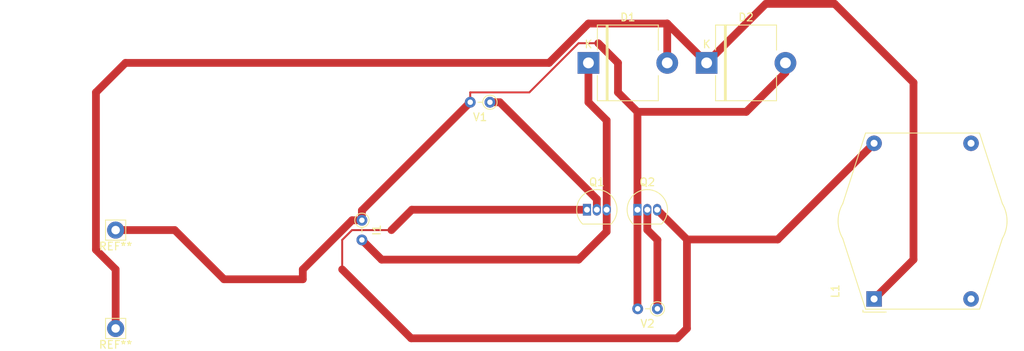
<source format=kicad_pcb>
(kicad_pcb (version 20171130) (host pcbnew "(5.1.4)-1")

  (general
    (thickness 1.6)
    (drawings 0)
    (tracks 61)
    (zones 0)
    (modules 10)
    (nets 7)
  )

  (page A4)
  (layers
    (0 F.Cu signal)
    (31 B.Cu signal)
    (32 B.Adhes user)
    (33 F.Adhes user)
    (34 B.Paste user)
    (35 F.Paste user)
    (36 B.SilkS user)
    (37 F.SilkS user)
    (38 B.Mask user)
    (39 F.Mask user)
    (40 Dwgs.User user)
    (41 Cmts.User user)
    (42 Eco1.User user)
    (43 Eco2.User user)
    (44 Edge.Cuts user)
    (45 Margin user)
    (46 B.CrtYd user)
    (47 F.CrtYd user)
    (48 B.Fab user)
    (49 F.Fab user)
  )

  (setup
    (last_trace_width 0.25)
    (user_trace_width 1)
    (trace_clearance 0.2)
    (zone_clearance 0.508)
    (zone_45_only no)
    (trace_min 0.2)
    (via_size 0.8)
    (via_drill 0.4)
    (via_min_size 0.4)
    (via_min_drill 0.3)
    (uvia_size 0.3)
    (uvia_drill 0.1)
    (uvias_allowed no)
    (uvia_min_size 0.2)
    (uvia_min_drill 0.1)
    (edge_width 0.05)
    (segment_width 0.2)
    (pcb_text_width 0.3)
    (pcb_text_size 1.5 1.5)
    (mod_edge_width 0.12)
    (mod_text_size 1 1)
    (mod_text_width 0.15)
    (pad_size 1.524 1.524)
    (pad_drill 0.762)
    (pad_to_mask_clearance 0.051)
    (solder_mask_min_width 0.25)
    (aux_axis_origin 0 0)
    (visible_elements 7FFFFFFF)
    (pcbplotparams
      (layerselection 0x010fc_ffffffff)
      (usegerberextensions false)
      (usegerberattributes false)
      (usegerberadvancedattributes false)
      (creategerberjobfile false)
      (excludeedgelayer true)
      (linewidth 0.100000)
      (plotframeref false)
      (viasonmask false)
      (mode 1)
      (useauxorigin false)
      (hpglpennumber 1)
      (hpglpenspeed 20)
      (hpglpendiameter 15.000000)
      (psnegative false)
      (psa4output false)
      (plotreference true)
      (plotvalue true)
      (plotinvisibletext false)
      (padsonsilk false)
      (subtractmaskfromsilk false)
      (outputformat 1)
      (mirror false)
      (drillshape 1)
      (scaleselection 1)
      (outputdirectory ""))
  )

  (net 0 "")
  (net 1 VAC)
  (net 2 "Net-(D1-Pad1)")
  (net 3 Earth)
  (net 4 "Net-(L1-Pad2)")
  (net 5 "Net-(Q1-Pad2)")
  (net 6 "Net-(Q2-Pad2)")

  (net_class Default "Esta es la clase de red por defecto."
    (clearance 0.2)
    (trace_width 0.25)
    (via_dia 0.8)
    (via_drill 0.4)
    (uvia_dia 0.3)
    (uvia_drill 0.1)
    (add_net Earth)
    (add_net "Net-(D1-Pad1)")
    (add_net "Net-(L1-Pad2)")
    (add_net "Net-(Q1-Pad2)")
    (add_net "Net-(Q2-Pad2)")
    (add_net VAC)
  )

  (module Resistor_THT:R_Axial_DIN0204_L3.6mm_D1.6mm_P2.54mm_Vertical (layer F.Cu) (tedit 5AE5139B) (tstamp 5D9A94E0)
    (at 161.29 83.82 180)
    (descr "Resistor, Axial_DIN0204 series, Axial, Vertical, pin pitch=2.54mm, 0.167W, length*diameter=3.6*1.6mm^2, http://cdn-reichelt.de/documents/datenblatt/B400/1_4W%23YAG.pdf")
    (tags "Resistor Axial_DIN0204 series Axial Vertical pin pitch 2.54mm 0.167W length 3.6mm diameter 1.6mm")
    (path /5D9B2ACC)
    (fp_text reference V2 (at 1.27 -1.92) (layer F.SilkS)
      (effects (font (size 1 1) (thickness 0.15)))
    )
    (fp_text value VPULSE (at 3.81 11.43) (layer F.Fab)
      (effects (font (size 1 1) (thickness 0.15)))
    )
    (fp_text user %R (at 1.27 -1.92) (layer F.Fab)
      (effects (font (size 1 1) (thickness 0.15)))
    )
    (fp_line (start 3.49 -1.05) (end -1.05 -1.05) (layer F.CrtYd) (width 0.05))
    (fp_line (start 3.49 1.05) (end 3.49 -1.05) (layer F.CrtYd) (width 0.05))
    (fp_line (start -1.05 1.05) (end 3.49 1.05) (layer F.CrtYd) (width 0.05))
    (fp_line (start -1.05 -1.05) (end -1.05 1.05) (layer F.CrtYd) (width 0.05))
    (fp_line (start 0.92 0) (end 1.54 0) (layer F.SilkS) (width 0.12))
    (fp_line (start 0 0) (end 2.54 0) (layer F.Fab) (width 0.1))
    (fp_circle (center 0 0) (end 0.92 0) (layer F.SilkS) (width 0.12))
    (fp_circle (center 0 0) (end 0.8 0) (layer F.Fab) (width 0.1))
    (pad 2 thru_hole oval (at 2.54 0 180) (size 1.4 1.4) (drill 0.7) (layers *.Cu *.Mask)
      (net 3 Earth))
    (pad 1 thru_hole circle (at 0 0 180) (size 1.4 1.4) (drill 0.7) (layers *.Cu *.Mask)
      (net 6 "Net-(Q2-Pad2)"))
    (model ${KISYS3DMOD}/Resistor_THT.3dshapes/R_Axial_DIN0204_L3.6mm_D1.6mm_P2.54mm_Vertical.wrl
      (at (xyz 0 0 0))
      (scale (xyz 1 1 1))
      (rotate (xyz 0 0 0))
    )
  )

  (module Resistor_THT:R_Axial_DIN0204_L3.6mm_D1.6mm_P2.54mm_Vertical (layer F.Cu) (tedit 5AE5139B) (tstamp 5D9A94BA)
    (at 139.7 57.15 180)
    (descr "Resistor, Axial_DIN0204 series, Axial, Vertical, pin pitch=2.54mm, 0.167W, length*diameter=3.6*1.6mm^2, http://cdn-reichelt.de/documents/datenblatt/B400/1_4W%23YAG.pdf")
    (tags "Resistor Axial_DIN0204 series Axial Vertical pin pitch 2.54mm 0.167W length 3.6mm diameter 1.6mm")
    (path /5D9B2760)
    (fp_text reference V1 (at 1.27 -1.92) (layer F.SilkS)
      (effects (font (size 1 1) (thickness 0.15)))
    )
    (fp_text value VPULSE (at 1.27 1.92) (layer F.Fab)
      (effects (font (size 1 1) (thickness 0.15)))
    )
    (fp_text user %R (at 1.27 -1.92) (layer F.Fab)
      (effects (font (size 1 1) (thickness 0.15)))
    )
    (fp_line (start 3.49 -1.05) (end -1.05 -1.05) (layer F.CrtYd) (width 0.05))
    (fp_line (start 3.49 1.05) (end 3.49 -1.05) (layer F.CrtYd) (width 0.05))
    (fp_line (start -1.05 1.05) (end 3.49 1.05) (layer F.CrtYd) (width 0.05))
    (fp_line (start -1.05 -1.05) (end -1.05 1.05) (layer F.CrtYd) (width 0.05))
    (fp_line (start 0.92 0) (end 1.54 0) (layer F.SilkS) (width 0.12))
    (fp_line (start 0 0) (end 2.54 0) (layer F.Fab) (width 0.1))
    (fp_circle (center 0 0) (end 0.92 0) (layer F.SilkS) (width 0.12))
    (fp_circle (center 0 0) (end 0.8 0) (layer F.Fab) (width 0.1))
    (pad 2 thru_hole oval (at 2.54 0 180) (size 1.4 1.4) (drill 0.7) (layers *.Cu *.Mask)
      (net 3 Earth))
    (pad 1 thru_hole circle (at 0 0 180) (size 1.4 1.4) (drill 0.7) (layers *.Cu *.Mask)
      (net 5 "Net-(Q1-Pad2)"))
    (model ${KISYS3DMOD}/Resistor_THT.3dshapes/R_Axial_DIN0204_L3.6mm_D1.6mm_P2.54mm_Vertical.wrl
      (at (xyz 0 0 0))
      (scale (xyz 1 1 1))
      (rotate (xyz 0 0 0))
    )
  )

  (module Resistor_THT:R_Axial_DIN0204_L3.6mm_D1.6mm_P2.54mm_Vertical (layer F.Cu) (tedit 5AE5139B) (tstamp 5D9A944A)
    (at 123.19 72.39 270)
    (descr "Resistor, Axial_DIN0204 series, Axial, Vertical, pin pitch=2.54mm, 0.167W, length*diameter=3.6*1.6mm^2, http://cdn-reichelt.de/documents/datenblatt/B400/1_4W%23YAG.pdf")
    (tags "Resistor Axial_DIN0204 series Axial Vertical pin pitch 2.54mm 0.167W length 3.6mm diameter 1.6mm")
    (path /5D9B23E4)
    (fp_text reference I1 (at 1.27 -1.92 90) (layer F.SilkS)
      (effects (font (size 1 1) (thickness 0.15)))
    )
    (fp_text value ISOURCE (at 1.27 1.92 90) (layer F.Fab)
      (effects (font (size 1 1) (thickness 0.15)))
    )
    (fp_text user %R (at 1.27 -1.92 90) (layer F.Fab)
      (effects (font (size 1 1) (thickness 0.15)))
    )
    (fp_line (start 3.49 -1.05) (end -1.05 -1.05) (layer F.CrtYd) (width 0.05))
    (fp_line (start 3.49 1.05) (end 3.49 -1.05) (layer F.CrtYd) (width 0.05))
    (fp_line (start -1.05 1.05) (end 3.49 1.05) (layer F.CrtYd) (width 0.05))
    (fp_line (start -1.05 -1.05) (end -1.05 1.05) (layer F.CrtYd) (width 0.05))
    (fp_line (start 0.92 0) (end 1.54 0) (layer F.SilkS) (width 0.12))
    (fp_line (start 0 0) (end 2.54 0) (layer F.Fab) (width 0.1))
    (fp_circle (center 0 0) (end 0.92 0) (layer F.SilkS) (width 0.12))
    (fp_circle (center 0 0) (end 0.8 0) (layer F.Fab) (width 0.1))
    (pad 2 thru_hole oval (at 2.54 0 270) (size 1.4 1.4) (drill 0.7) (layers *.Cu *.Mask)
      (net 2 "Net-(D1-Pad1)"))
    (pad 1 thru_hole circle (at 0 0 270) (size 1.4 1.4) (drill 0.7) (layers *.Cu *.Mask)
      (net 3 Earth))
    (model ${KISYS3DMOD}/Resistor_THT.3dshapes/R_Axial_DIN0204_L3.6mm_D1.6mm_P2.54mm_Vertical.wrl
      (at (xyz 0 0 0))
      (scale (xyz 1 1 1))
      (rotate (xyz 0 0 0))
    )
  )

  (module Connector_Pin:Pin_D1.1mm_L8.5mm_W2.5mm_FlatFork (layer F.Cu) (tedit 5A1DC085) (tstamp 5D9A965D)
    (at 91.44 86.36)
    (descr "solder Pin_ with flat fork, hole diameter 1.1mm, length 8.5mm, width 2.5mm")
    (tags "solder Pin_ with flat fork")
    (fp_text reference REF** (at 0 2.1) (layer F.SilkS)
      (effects (font (size 1 1) (thickness 0.15)))
    )
    (fp_text value Pin_D1.1mm_L8.5mm_W2.5mm_FlatFork (at 0 -2.05) (layer F.Fab)
      (effects (font (size 1 1) (thickness 0.15)))
    )
    (fp_line (start 1.75 1.6) (end -1.75 1.6) (layer F.CrtYd) (width 0.05))
    (fp_line (start 1.75 1.6) (end 1.75 -1.6) (layer F.CrtYd) (width 0.05))
    (fp_line (start -1.75 -1.6) (end -1.75 1.6) (layer F.CrtYd) (width 0.05))
    (fp_line (start -1.75 -1.6) (end 1.75 -1.6) (layer F.CrtYd) (width 0.05))
    (fp_line (start 1.25 -0.25) (end -1.25 -0.25) (layer F.Fab) (width 0.12))
    (fp_line (start 1.25 0.25) (end 1.25 -0.25) (layer F.Fab) (width 0.12))
    (fp_line (start -1.25 0.25) (end 1.25 0.25) (layer F.Fab) (width 0.12))
    (fp_line (start -1.25 -0.25) (end -1.25 0.25) (layer F.Fab) (width 0.12))
    (fp_line (start -1.3 1.3) (end 1.3 1.3) (layer F.SilkS) (width 0.12))
    (fp_line (start 1.3 -1.3) (end 1.3 1.3) (layer F.SilkS) (width 0.12))
    (fp_line (start -1.3 -1.3) (end 1.3 -1.3) (layer F.SilkS) (width 0.12))
    (fp_line (start -1.3 1.3) (end -1.3 -1.3) (layer F.SilkS) (width 0.12))
    (fp_text user %R (at 0 2.1) (layer F.Fab)
      (effects (font (size 1 1) (thickness 0.15)))
    )
    (pad 1 thru_hole circle (at 0 0) (size 2.2 2.2) (drill 1.1) (layers *.Cu *.Mask))
    (model ${KISYS3DMOD}/Connector_Pin.3dshapes/Pin_D1.1mm_L8.5mm_W2.5mm_FlatFork.wrl
      (at (xyz 0 0 0))
      (scale (xyz 1 1 1))
      (rotate (xyz 0 0 0))
    )
  )

  (module Connector_Pin:Pin_D1.1mm_L8.5mm_W2.5mm_FlatFork (layer F.Cu) (tedit 5A1DC085) (tstamp 5D9A9618)
    (at 91.44 73.66)
    (descr "solder Pin_ with flat fork, hole diameter 1.1mm, length 8.5mm, width 2.5mm")
    (tags "solder Pin_ with flat fork")
    (fp_text reference REF** (at 0 2.1) (layer F.SilkS)
      (effects (font (size 1 1) (thickness 0.15)))
    )
    (fp_text value Pin_D1.1mm_L8.5mm_W2.5mm_FlatFork (at 0 -2.05) (layer F.Fab)
      (effects (font (size 1 1) (thickness 0.15)))
    )
    (fp_line (start 1.75 1.6) (end -1.75 1.6) (layer F.CrtYd) (width 0.05))
    (fp_line (start 1.75 1.6) (end 1.75 -1.6) (layer F.CrtYd) (width 0.05))
    (fp_line (start -1.75 -1.6) (end -1.75 1.6) (layer F.CrtYd) (width 0.05))
    (fp_line (start -1.75 -1.6) (end 1.75 -1.6) (layer F.CrtYd) (width 0.05))
    (fp_line (start 1.25 -0.25) (end -1.25 -0.25) (layer F.Fab) (width 0.12))
    (fp_line (start 1.25 0.25) (end 1.25 -0.25) (layer F.Fab) (width 0.12))
    (fp_line (start -1.25 0.25) (end 1.25 0.25) (layer F.Fab) (width 0.12))
    (fp_line (start -1.25 -0.25) (end -1.25 0.25) (layer F.Fab) (width 0.12))
    (fp_line (start -1.3 1.3) (end 1.3 1.3) (layer F.SilkS) (width 0.12))
    (fp_line (start 1.3 -1.3) (end 1.3 1.3) (layer F.SilkS) (width 0.12))
    (fp_line (start -1.3 -1.3) (end 1.3 -1.3) (layer F.SilkS) (width 0.12))
    (fp_line (start -1.3 1.3) (end -1.3 -1.3) (layer F.SilkS) (width 0.12))
    (fp_text user %R (at 0 2.1) (layer F.Fab)
      (effects (font (size 1 1) (thickness 0.15)))
    )
    (pad 1 thru_hole circle (at 0 0) (size 2.2 2.2) (drill 1.1) (layers *.Cu *.Mask))
    (model ${KISYS3DMOD}/Connector_Pin.3dshapes/Pin_D1.1mm_L8.5mm_W2.5mm_FlatFork.wrl
      (at (xyz 0 0 0))
      (scale (xyz 1 1 1))
      (rotate (xyz 0 0 0))
    )
  )

  (module Package_TO_SOT_THT:TO-92_Inline (layer F.Cu) (tedit 5A1DD157) (tstamp 5D9A9494)
    (at 158.72 71.03)
    (descr "TO-92 leads in-line, narrow, oval pads, drill 0.75mm (see NXP sot054_po.pdf)")
    (tags "to-92 sc-43 sc-43a sot54 PA33 transistor")
    (path /5D9B1B98)
    (fp_text reference Q2 (at 1.27 -3.56) (layer F.SilkS)
      (effects (font (size 1 1) (thickness 0.15)))
    )
    (fp_text value BT169B (at 1.27 2.79) (layer F.Fab)
      (effects (font (size 1 1) (thickness 0.15)))
    )
    (fp_arc (start 1.27 0) (end 1.27 -2.6) (angle 135) (layer F.SilkS) (width 0.12))
    (fp_arc (start 1.27 0) (end 1.27 -2.48) (angle -135) (layer F.Fab) (width 0.1))
    (fp_arc (start 1.27 0) (end 1.27 -2.6) (angle -135) (layer F.SilkS) (width 0.12))
    (fp_arc (start 1.27 0) (end 1.27 -2.48) (angle 135) (layer F.Fab) (width 0.1))
    (fp_line (start 4 2.01) (end -1.46 2.01) (layer F.CrtYd) (width 0.05))
    (fp_line (start 4 2.01) (end 4 -2.73) (layer F.CrtYd) (width 0.05))
    (fp_line (start -1.46 -2.73) (end -1.46 2.01) (layer F.CrtYd) (width 0.05))
    (fp_line (start -1.46 -2.73) (end 4 -2.73) (layer F.CrtYd) (width 0.05))
    (fp_line (start -0.5 1.75) (end 3 1.75) (layer F.Fab) (width 0.1))
    (fp_line (start -0.53 1.85) (end 3.07 1.85) (layer F.SilkS) (width 0.12))
    (fp_text user %R (at 1.27 -3.56) (layer F.Fab)
      (effects (font (size 1 1) (thickness 0.15)))
    )
    (pad 1 thru_hole rect (at 0 0) (size 1.05 1.5) (drill 0.75) (layers *.Cu *.Mask)
      (net 3 Earth))
    (pad 3 thru_hole oval (at 2.54 0) (size 1.05 1.5) (drill 0.75) (layers *.Cu *.Mask)
      (net 4 "Net-(L1-Pad2)"))
    (pad 2 thru_hole oval (at 1.27 0) (size 1.05 1.5) (drill 0.75) (layers *.Cu *.Mask)
      (net 6 "Net-(Q2-Pad2)"))
    (model ${KISYS3DMOD}/Package_TO_SOT_THT.3dshapes/TO-92_Inline.wrl
      (at (xyz 0 0 0))
      (scale (xyz 1 1 1))
      (rotate (xyz 0 0 0))
    )
  )

  (module Package_TO_SOT_THT:TO-92_Inline (layer F.Cu) (tedit 5A1DD157) (tstamp 5D9A9482)
    (at 152.21 71.03)
    (descr "TO-92 leads in-line, narrow, oval pads, drill 0.75mm (see NXP sot054_po.pdf)")
    (tags "to-92 sc-43 sc-43a sot54 PA33 transistor")
    (path /5D9B1A45)
    (fp_text reference Q1 (at 1.27 -3.56) (layer F.SilkS)
      (effects (font (size 1 1) (thickness 0.15)))
    )
    (fp_text value BT169B (at 1.27 2.79) (layer F.Fab)
      (effects (font (size 1 1) (thickness 0.15)))
    )
    (fp_arc (start 1.27 0) (end 1.27 -2.6) (angle 135) (layer F.SilkS) (width 0.12))
    (fp_arc (start 1.27 0) (end 1.27 -2.48) (angle -135) (layer F.Fab) (width 0.1))
    (fp_arc (start 1.27 0) (end 1.27 -2.6) (angle -135) (layer F.SilkS) (width 0.12))
    (fp_arc (start 1.27 0) (end 1.27 -2.48) (angle 135) (layer F.Fab) (width 0.1))
    (fp_line (start 4 2.01) (end -1.46 2.01) (layer F.CrtYd) (width 0.05))
    (fp_line (start 4 2.01) (end 4 -2.73) (layer F.CrtYd) (width 0.05))
    (fp_line (start -1.46 -2.73) (end -1.46 2.01) (layer F.CrtYd) (width 0.05))
    (fp_line (start -1.46 -2.73) (end 4 -2.73) (layer F.CrtYd) (width 0.05))
    (fp_line (start -0.5 1.75) (end 3 1.75) (layer F.Fab) (width 0.1))
    (fp_line (start -0.53 1.85) (end 3.07 1.85) (layer F.SilkS) (width 0.12))
    (fp_text user %R (at 1.27 -3.56) (layer F.Fab)
      (effects (font (size 1 1) (thickness 0.15)))
    )
    (pad 1 thru_hole rect (at 0 0) (size 1.05 1.5) (drill 0.75) (layers *.Cu *.Mask)
      (net 4 "Net-(L1-Pad2)"))
    (pad 3 thru_hole oval (at 2.54 0) (size 1.05 1.5) (drill 0.75) (layers *.Cu *.Mask)
      (net 2 "Net-(D1-Pad1)"))
    (pad 2 thru_hole oval (at 1.27 0) (size 1.05 1.5) (drill 0.75) (layers *.Cu *.Mask)
      (net 5 "Net-(Q1-Pad2)"))
    (model ${KISYS3DMOD}/Package_TO_SOT_THT.3dshapes/TO-92_Inline.wrl
      (at (xyz 0 0 0))
      (scale (xyz 1 1 1))
      (rotate (xyz 0 0 0))
    )
  )

  (module Inductor_THT:Choke_Schaffner_RN114-04-22.5x21.5mm (layer F.Cu) (tedit 5A1421CD) (tstamp 5D9A9470)
    (at 189.23 82.55 90)
    (descr "Current-compensated Chokes, Scaffner, RN114-04, 22.5mmx21.5mm https://www.schaffner.com/products/download/product/datasheet/rn-series-common-mode-chokes-new/")
    (tags "chokes schaffner tht")
    (path /5D9B176F)
    (fp_text reference L1 (at 1 -5 90) (layer F.SilkS)
      (effects (font (size 1 1) (thickness 0.15)))
    )
    (fp_text value L (at 10.05 18.5 90) (layer F.Fab)
      (effects (font (size 1 1) (thickness 0.15)))
    )
    (fp_text user %R (at 10.05 6.25 90) (layer F.Fab)
      (effects (font (size 1 1) (thickness 0.15)))
    )
    (fp_line (start -1.7 -1.44) (end -1.7 1.56) (layer F.SilkS) (width 0.12))
    (fp_line (start -1.7 -1.44) (end -1.45 -1.44) (layer F.SilkS) (width 0.12))
    (fp_line (start -1.45 13.69) (end -1.45 -1.19) (layer F.CrtYd) (width 0.05))
    (fp_line (start 7.8 16.67) (end -1.45 13.69) (layer F.CrtYd) (width 0.05))
    (fp_line (start 21.55 13.69) (end 12.3 16.67) (layer F.CrtYd) (width 0.05))
    (fp_line (start 21.55 -1.19) (end 21.55 13.69) (layer F.CrtYd) (width 0.05))
    (fp_line (start 12.3 -4.17) (end 21.55 -1.19) (layer F.CrtYd) (width 0.05))
    (fp_line (start -1.45 -1.19) (end 7.8 -4.17) (layer F.CrtYd) (width 0.05))
    (fp_line (start -1.32 13.6) (end -1.32 -1.1) (layer F.SilkS) (width 0.12))
    (fp_line (start 7.8 16.54) (end -1.32 13.6) (layer F.SilkS) (width 0.12))
    (fp_line (start 21.42 13.6) (end 12.3 16.54) (layer F.SilkS) (width 0.12))
    (fp_line (start 21.42 -1.1) (end 21.42 13.6) (layer F.SilkS) (width 0.12))
    (fp_line (start 12.3 -4.04) (end 21.42 -1.1) (layer F.SilkS) (width 0.12))
    (fp_line (start -1.32 -1.1) (end 7.8 -4.04) (layer F.SilkS) (width 0.12))
    (fp_line (start -1.2 -0.5) (end -1.2 -1) (layer F.Fab) (width 0.1))
    (fp_line (start -0.7 0) (end -1.2 -0.5) (layer F.Fab) (width 0.1))
    (fp_line (start -1.2 0.5) (end -0.7 0) (layer F.Fab) (width 0.1))
    (fp_line (start -1.2 13.5) (end -1.2 0.5) (layer F.Fab) (width 0.1))
    (fp_line (start 7.8 16.4) (end -1.2 13.5) (layer F.Fab) (width 0.1))
    (fp_line (start 21.3 13.5) (end 12.3 16.4) (layer F.Fab) (width 0.1))
    (fp_line (start 21.3 -1) (end 21.3 13.5) (layer F.Fab) (width 0.1))
    (fp_line (start 12.3 -3.9) (end 21.3 -1) (layer F.Fab) (width 0.1))
    (fp_line (start -1.2 -1) (end 7.8 -3.9) (layer F.Fab) (width 0.1))
    (fp_arc (start 10.05 12.75) (end 12.3 16.67) (angle 60) (layer F.CrtYd) (width 0.05))
    (fp_arc (start 10.05 -0.25) (end 7.8 -4.17) (angle 60) (layer F.CrtYd) (width 0.05))
    (fp_arc (start 10.05 12.62) (end 12.3 16.54) (angle 60) (layer F.SilkS) (width 0.12))
    (fp_arc (start 10.05 -0.12) (end 7.8 -4.04) (angle 60) (layer F.SilkS) (width 0.12))
    (fp_arc (start 10.05 12.5) (end 12.3 16.4) (angle 60) (layer F.Fab) (width 0.1))
    (fp_arc (start 10.05 0) (end 7.8 -3.9) (angle 60) (layer F.Fab) (width 0.1))
    (pad 4 thru_hole circle (at 20.1 12.5 90) (size 2 2) (drill 0.9) (layers *.Cu *.Mask))
    (pad 3 thru_hole circle (at 0 12.5 90) (size 2 2) (drill 0.9) (layers *.Cu *.Mask))
    (pad 2 thru_hole circle (at 20.1 0 90) (size 2 2) (drill 0.9) (layers *.Cu *.Mask)
      (net 4 "Net-(L1-Pad2)"))
    (pad 1 thru_hole rect (at 0 0 90) (size 2 2) (drill 0.9) (layers *.Cu *.Mask)
      (net 1 VAC))
    (model ${KISYS3DMOD}/Inductor_THT.3dshapes/Choke_Schaffner_RN114-04-22.5x21.5mm.wrl
      (at (xyz 0 0 0))
      (scale (xyz 1 1 1))
      (rotate (xyz 0 0 0))
    )
  )

  (module Diode_THT:D_5KP_P10.16mm_Horizontal (layer F.Cu) (tedit 5AE50CD5) (tstamp 5D9A9424)
    (at 167.64 52.07)
    (descr "Diode, 5KP series, Axial, Horizontal, pin pitch=10.16mm, , length*diameter=7.62*9.53mm^2, , http://www.diodes.com/_files/packages/8686949.gif")
    (tags "Diode 5KP series Axial Horizontal pin pitch 10.16mm  length 7.62mm diameter 9.53mm")
    (path /5D9B2197)
    (fp_text reference D2 (at 5.08 -5.885) (layer F.SilkS)
      (effects (font (size 1 1) (thickness 0.15)))
    )
    (fp_text value D (at 5.08 5.885) (layer F.Fab)
      (effects (font (size 1 1) (thickness 0.15)))
    )
    (fp_text user K (at 0 -2.4) (layer F.SilkS)
      (effects (font (size 1 1) (thickness 0.15)))
    )
    (fp_text user K (at 0 -2.4) (layer F.Fab)
      (effects (font (size 1 1) (thickness 0.15)))
    )
    (fp_text user %R (at 5.6515 0) (layer F.Fab)
      (effects (font (size 1 1) (thickness 0.15)))
    )
    (fp_line (start 11.81 -5.02) (end -1.65 -5.02) (layer F.CrtYd) (width 0.05))
    (fp_line (start 11.81 5.02) (end 11.81 -5.02) (layer F.CrtYd) (width 0.05))
    (fp_line (start -1.65 5.02) (end 11.81 5.02) (layer F.CrtYd) (width 0.05))
    (fp_line (start -1.65 -5.02) (end -1.65 5.02) (layer F.CrtYd) (width 0.05))
    (fp_line (start 2.293 -4.885) (end 2.293 4.885) (layer F.SilkS) (width 0.12))
    (fp_line (start 2.533 -4.885) (end 2.533 4.885) (layer F.SilkS) (width 0.12))
    (fp_line (start 2.413 -4.885) (end 2.413 4.885) (layer F.SilkS) (width 0.12))
    (fp_line (start 9.01 4.885) (end 9.01 1.64) (layer F.SilkS) (width 0.12))
    (fp_line (start 1.15 4.885) (end 9.01 4.885) (layer F.SilkS) (width 0.12))
    (fp_line (start 1.15 1.64) (end 1.15 4.885) (layer F.SilkS) (width 0.12))
    (fp_line (start 9.01 -4.885) (end 9.01 -1.64) (layer F.SilkS) (width 0.12))
    (fp_line (start 1.15 -4.885) (end 9.01 -4.885) (layer F.SilkS) (width 0.12))
    (fp_line (start 1.15 -1.64) (end 1.15 -4.885) (layer F.SilkS) (width 0.12))
    (fp_line (start 2.313 -4.765) (end 2.313 4.765) (layer F.Fab) (width 0.1))
    (fp_line (start 2.513 -4.765) (end 2.513 4.765) (layer F.Fab) (width 0.1))
    (fp_line (start 2.413 -4.765) (end 2.413 4.765) (layer F.Fab) (width 0.1))
    (fp_line (start 10.16 0) (end 8.89 0) (layer F.Fab) (width 0.1))
    (fp_line (start 0 0) (end 1.27 0) (layer F.Fab) (width 0.1))
    (fp_line (start 8.89 -4.765) (end 1.27 -4.765) (layer F.Fab) (width 0.1))
    (fp_line (start 8.89 4.765) (end 8.89 -4.765) (layer F.Fab) (width 0.1))
    (fp_line (start 1.27 4.765) (end 8.89 4.765) (layer F.Fab) (width 0.1))
    (fp_line (start 1.27 -4.765) (end 1.27 4.765) (layer F.Fab) (width 0.1))
    (pad 2 thru_hole oval (at 10.16 0) (size 2.8 2.8) (drill 1.4) (layers *.Cu *.Mask)
      (net 3 Earth))
    (pad 1 thru_hole rect (at 0 0) (size 2.8 2.8) (drill 1.4) (layers *.Cu *.Mask)
      (net 1 VAC))
    (model ${KISYS3DMOD}/Diode_THT.3dshapes/D_5KP_P10.16mm_Horizontal.wrl
      (at (xyz 0 0 0))
      (scale (xyz 1 1 1))
      (rotate (xyz 0 0 0))
    )
  )

  (module Diode_THT:D_5KP_P10.16mm_Horizontal (layer F.Cu) (tedit 5AE50CD5) (tstamp 5D9A9405)
    (at 152.4 52.07)
    (descr "Diode, 5KP series, Axial, Horizontal, pin pitch=10.16mm, , length*diameter=7.62*9.53mm^2, , http://www.diodes.com/_files/packages/8686949.gif")
    (tags "Diode 5KP series Axial Horizontal pin pitch 10.16mm  length 7.62mm diameter 9.53mm")
    (path /5D9B1D3F)
    (fp_text reference D1 (at 5.08 -5.885) (layer F.SilkS)
      (effects (font (size 1 1) (thickness 0.15)))
    )
    (fp_text value D (at 5.08 5.885) (layer F.Fab)
      (effects (font (size 1 1) (thickness 0.15)))
    )
    (fp_text user K (at 0 -2.4) (layer F.SilkS)
      (effects (font (size 1 1) (thickness 0.15)))
    )
    (fp_text user K (at 0 -2.4) (layer F.Fab)
      (effects (font (size 1 1) (thickness 0.15)))
    )
    (fp_text user %R (at 5.6515 0) (layer F.Fab)
      (effects (font (size 1 1) (thickness 0.15)))
    )
    (fp_line (start 11.81 -5.02) (end -1.65 -5.02) (layer F.CrtYd) (width 0.05))
    (fp_line (start 11.81 5.02) (end 11.81 -5.02) (layer F.CrtYd) (width 0.05))
    (fp_line (start -1.65 5.02) (end 11.81 5.02) (layer F.CrtYd) (width 0.05))
    (fp_line (start -1.65 -5.02) (end -1.65 5.02) (layer F.CrtYd) (width 0.05))
    (fp_line (start 2.293 -4.885) (end 2.293 4.885) (layer F.SilkS) (width 0.12))
    (fp_line (start 2.533 -4.885) (end 2.533 4.885) (layer F.SilkS) (width 0.12))
    (fp_line (start 2.413 -4.885) (end 2.413 4.885) (layer F.SilkS) (width 0.12))
    (fp_line (start 9.01 4.885) (end 9.01 1.64) (layer F.SilkS) (width 0.12))
    (fp_line (start 1.15 4.885) (end 9.01 4.885) (layer F.SilkS) (width 0.12))
    (fp_line (start 1.15 1.64) (end 1.15 4.885) (layer F.SilkS) (width 0.12))
    (fp_line (start 9.01 -4.885) (end 9.01 -1.64) (layer F.SilkS) (width 0.12))
    (fp_line (start 1.15 -4.885) (end 9.01 -4.885) (layer F.SilkS) (width 0.12))
    (fp_line (start 1.15 -1.64) (end 1.15 -4.885) (layer F.SilkS) (width 0.12))
    (fp_line (start 2.313 -4.765) (end 2.313 4.765) (layer F.Fab) (width 0.1))
    (fp_line (start 2.513 -4.765) (end 2.513 4.765) (layer F.Fab) (width 0.1))
    (fp_line (start 2.413 -4.765) (end 2.413 4.765) (layer F.Fab) (width 0.1))
    (fp_line (start 10.16 0) (end 8.89 0) (layer F.Fab) (width 0.1))
    (fp_line (start 0 0) (end 1.27 0) (layer F.Fab) (width 0.1))
    (fp_line (start 8.89 -4.765) (end 1.27 -4.765) (layer F.Fab) (width 0.1))
    (fp_line (start 8.89 4.765) (end 8.89 -4.765) (layer F.Fab) (width 0.1))
    (fp_line (start 1.27 4.765) (end 8.89 4.765) (layer F.Fab) (width 0.1))
    (fp_line (start 1.27 -4.765) (end 1.27 4.765) (layer F.Fab) (width 0.1))
    (pad 2 thru_hole oval (at 10.16 0) (size 2.8 2.8) (drill 1.4) (layers *.Cu *.Mask)
      (net 1 VAC))
    (pad 1 thru_hole rect (at 0 0) (size 2.8 2.8) (drill 1.4) (layers *.Cu *.Mask)
      (net 2 "Net-(D1-Pad1)"))
    (model ${KISYS3DMOD}/Diode_THT.3dshapes/D_5KP_P10.16mm_Horizontal.wrl
      (at (xyz 0 0 0))
      (scale (xyz 1 1 1))
      (rotate (xyz 0 0 0))
    )
  )

  (segment (start 91.44 73.66) (end 99.06 73.66) (width 1) (layer F.Cu) (net 0))
  (segment (start 99.06 73.66) (end 105.41 80.01) (width 1) (layer F.Cu) (net 0))
  (segment (start 91.44 86.36) (end 91.44 78.74) (width 1) (layer F.Cu) (net 0))
  (segment (start 91.44 78.74) (end 88.9 76.2) (width 1) (layer F.Cu) (net 0))
  (segment (start 88.9 76.2) (end 88.9 55.88) (width 1) (layer F.Cu) (net 0))
  (segment (start 88.9 55.88) (end 92.71 52.07) (width 1) (layer F.Cu) (net 0))
  (segment (start 92.71 52.07) (end 147.32 52.07) (width 1) (layer F.Cu) (net 0))
  (segment (start 147.32 52.07) (end 152.4 46.99) (width 1) (layer F.Cu) (net 0))
  (segment (start 105.41 80.01) (end 115.57 80.01) (width 1) (layer F.Cu) (net 0))
  (segment (start 115.57 80.01) (end 115.57 78.74) (width 1) (layer F.Cu) (net 0))
  (segment (start 162.56 46.99) (end 167.64 52.07) (width 1) (layer F.Cu) (net 1))
  (segment (start 152.4 46.99) (end 162.56 46.99) (width 1) (layer F.Cu) (net 1))
  (segment (start 194.31 77.47) (end 189.23 82.55) (width 1) (layer F.Cu) (net 1))
  (segment (start 194.31 54.61) (end 194.31 77.47) (width 1) (layer F.Cu) (net 1))
  (segment (start 184.15 44.45) (end 194.31 54.61) (width 1) (layer F.Cu) (net 1))
  (segment (start 167.64 52.07) (end 175.26 44.45) (width 1) (layer F.Cu) (net 1))
  (segment (start 175.26 44.45) (end 184.15 44.45) (width 1) (layer F.Cu) (net 1))
  (segment (start 162.56 52.07) (end 162.56 46.99) (width 1) (layer F.Cu) (net 1))
  (segment (start 154.75 71.03) (end 154.75 59.5) (width 1) (layer F.Cu) (net 2))
  (segment (start 152.4 57.15) (end 152.4 52.07) (width 1) (layer F.Cu) (net 2))
  (segment (start 154.75 59.5) (end 152.4 57.15) (width 1) (layer F.Cu) (net 2))
  (segment (start 154.75 71.03) (end 154.75 73.85) (width 1) (layer F.Cu) (net 2))
  (segment (start 154.75 73.85) (end 151.13 77.47) (width 1) (layer F.Cu) (net 2))
  (segment (start 125.73 77.47) (end 123.19 74.93) (width 1) (layer F.Cu) (net 2))
  (segment (start 151.13 77.47) (end 125.73 77.47) (width 1) (layer F.Cu) (net 2))
  (segment (start 123.19 71.12) (end 137.16 57.15) (width 1) (layer F.Cu) (net 3))
  (segment (start 123.19 72.39) (end 123.19 71.12) (width 1) (layer F.Cu) (net 3))
  (segment (start 158.72 83.79) (end 158.75 83.82) (width 1) (layer F.Cu) (net 3))
  (segment (start 158.72 71.03) (end 158.72 83.79) (width 1) (layer F.Cu) (net 3))
  (segment (start 158.72 71.03) (end 158.72 58.39) (width 1) (layer F.Cu) (net 3))
  (segment (start 158.72 58.39) (end 156.21 55.88) (width 1) (layer F.Cu) (net 3))
  (segment (start 156.21 55.88) (end 156.21 52.07) (width 1) (layer F.Cu) (net 3))
  (segment (start 156.21 52.07) (end 153.67 49.53) (width 1) (layer F.Cu) (net 3))
  (segment (start 137.16 55.88) (end 137.16 57.15) (width 0.25) (layer F.Cu) (net 3))
  (segment (start 144.78 55.88) (end 137.16 55.88) (width 0.25) (layer F.Cu) (net 3))
  (segment (start 153.67 49.53) (end 151.13 49.53) (width 0.25) (layer F.Cu) (net 3))
  (segment (start 151.13 49.53) (end 144.78 55.88) (width 0.25) (layer F.Cu) (net 3))
  (segment (start 158.72 58.39) (end 172.75 58.39) (width 1) (layer F.Cu) (net 3))
  (segment (start 177.8 53.34) (end 177.8 52.07) (width 1) (layer F.Cu) (net 3))
  (segment (start 172.75 58.39) (end 177.8 53.34) (width 1) (layer F.Cu) (net 3))
  (segment (start 121.92 72.39) (end 123.19 72.39) (width 1) (layer F.Cu) (net 3))
  (segment (start 115.57 78.74) (end 121.92 72.39) (width 1) (layer F.Cu) (net 3))
  (segment (start 152.21 71.03) (end 129.63 71.03) (width 1) (layer F.Cu) (net 4))
  (segment (start 129.63 71.03) (end 127 73.66) (width 1) (layer F.Cu) (net 4))
  (segment (start 127 73.66) (end 123.19 73.66) (width 0.25) (layer F.Cu) (net 4))
  (segment (start 123.19 73.66) (end 121.92 73.66) (width 0.25) (layer F.Cu) (net 4))
  (segment (start 121.92 73.66) (end 120.65 74.93) (width 0.25) (layer F.Cu) (net 4))
  (segment (start 120.65 74.93) (end 120.65 78.74) (width 0.25) (layer F.Cu) (net 4))
  (segment (start 165.1 74.87) (end 161.26 71.03) (width 1) (layer F.Cu) (net 4))
  (segment (start 165.1 86.36) (end 165.1 74.87) (width 1) (layer F.Cu) (net 4))
  (segment (start 163.83 87.63) (end 165.1 86.36) (width 1) (layer F.Cu) (net 4))
  (segment (start 120.65 78.74) (end 129.54 87.63) (width 1) (layer F.Cu) (net 4))
  (segment (start 129.54 87.63) (end 163.83 87.63) (width 1) (layer F.Cu) (net 4))
  (segment (start 176.81 74.87) (end 189.23 62.45) (width 1) (layer F.Cu) (net 4))
  (segment (start 165.1 74.87) (end 176.81 74.87) (width 1) (layer F.Cu) (net 4))
  (segment (start 153.48 71.03) (end 153.48 69.66) (width 1) (layer F.Cu) (net 5))
  (segment (start 140.97 57.15) (end 139.7 57.15) (width 1) (layer F.Cu) (net 5))
  (segment (start 153.48 69.66) (end 140.97 57.15) (width 1) (layer F.Cu) (net 5))
  (segment (start 161.29 83.82) (end 161.29 74.93) (width 1) (layer F.Cu) (net 6))
  (segment (start 159.99 73.63) (end 159.99 71.03) (width 1) (layer F.Cu) (net 6))
  (segment (start 161.29 74.93) (end 159.99 73.63) (width 1) (layer F.Cu) (net 6))

)

</source>
